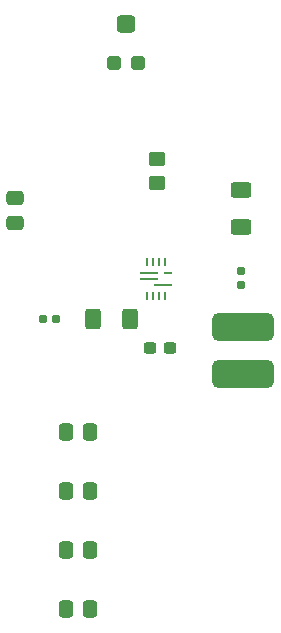
<source format=gbr>
%TF.GenerationSoftware,KiCad,Pcbnew,7.0.8*%
%TF.CreationDate,2023-11-19T04:52:14+05:30*%
%TF.ProjectId,NB679-DKA-BuckConverter,4e423637-392d-4444-9b41-2d4275636b43,rev?*%
%TF.SameCoordinates,Original*%
%TF.FileFunction,Paste,Top*%
%TF.FilePolarity,Positive*%
%FSLAX46Y46*%
G04 Gerber Fmt 4.6, Leading zero omitted, Abs format (unit mm)*
G04 Created by KiCad (PCBNEW 7.0.8) date 2023-11-19 04:52:14*
%MOMM*%
%LPD*%
G01*
G04 APERTURE LIST*
G04 Aperture macros list*
%AMRoundRect*
0 Rectangle with rounded corners*
0 $1 Rounding radius*
0 $2 $3 $4 $5 $6 $7 $8 $9 X,Y pos of 4 corners*
0 Add a 4 corners polygon primitive as box body*
4,1,4,$2,$3,$4,$5,$6,$7,$8,$9,$2,$3,0*
0 Add four circle primitives for the rounded corners*
1,1,$1+$1,$2,$3*
1,1,$1+$1,$4,$5*
1,1,$1+$1,$6,$7*
1,1,$1+$1,$8,$9*
0 Add four rect primitives between the rounded corners*
20,1,$1+$1,$2,$3,$4,$5,0*
20,1,$1+$1,$4,$5,$6,$7,0*
20,1,$1+$1,$6,$7,$8,$9,0*
20,1,$1+$1,$8,$9,$2,$3,0*%
G04 Aperture macros list end*
%ADD10RoundRect,0.300000X-0.300000X-0.300000X0.300000X-0.300000X0.300000X0.300000X-0.300000X0.300000X0*%
%ADD11RoundRect,0.375000X-0.425000X-0.375000X0.425000X-0.375000X0.425000X0.375000X-0.425000X0.375000X0*%
%ADD12RoundRect,0.600000X-2.050000X0.600000X-2.050000X-0.600000X2.050000X-0.600000X2.050000X0.600000X0*%
%ADD13RoundRect,0.237500X0.300000X0.237500X-0.300000X0.237500X-0.300000X-0.237500X0.300000X-0.237500X0*%
%ADD14RoundRect,0.062500X-0.687500X-0.062500X0.687500X-0.062500X0.687500X0.062500X-0.687500X0.062500X0*%
%ADD15RoundRect,0.062500X-0.062500X-0.287500X0.062500X-0.287500X0.062500X0.287500X-0.062500X0.287500X0*%
%ADD16RoundRect,0.062500X-0.287500X-0.062500X0.287500X-0.062500X0.287500X0.062500X-0.287500X0.062500X0*%
%ADD17RoundRect,0.250000X-0.475000X0.337500X-0.475000X-0.337500X0.475000X-0.337500X0.475000X0.337500X0*%
%ADD18RoundRect,0.250000X0.400000X0.625000X-0.400000X0.625000X-0.400000X-0.625000X0.400000X-0.625000X0*%
%ADD19RoundRect,0.250000X-0.625000X0.400000X-0.625000X-0.400000X0.625000X-0.400000X0.625000X0.400000X0*%
%ADD20RoundRect,0.250000X0.337500X0.475000X-0.337500X0.475000X-0.337500X-0.475000X0.337500X-0.475000X0*%
%ADD21RoundRect,0.155000X0.212500X0.155000X-0.212500X0.155000X-0.212500X-0.155000X0.212500X-0.155000X0*%
%ADD22RoundRect,0.250000X0.450000X-0.350000X0.450000X0.350000X-0.450000X0.350000X-0.450000X-0.350000X0*%
%ADD23RoundRect,0.155000X-0.155000X0.212500X-0.155000X-0.212500X0.155000X-0.212500X0.155000X0.212500X0*%
G04 APERTURE END LIST*
D10*
%TO.C,RV1*%
X117100000Y-68700000D03*
D11*
X118100000Y-65450000D03*
D10*
X119100000Y-68700000D03*
%TD*%
D12*
%TO.C,L1*%
X128000000Y-91100000D03*
X128000000Y-95100000D03*
%TD*%
D13*
%TO.C,C2*%
X121800000Y-92900000D03*
X120075000Y-92900000D03*
%TD*%
D14*
%TO.C,U1*%
X120000000Y-86500000D03*
X120000000Y-87000000D03*
D15*
X119850000Y-88450000D03*
X120350000Y-88450000D03*
X120850000Y-88450000D03*
X121350000Y-88450000D03*
D14*
X121200000Y-87500000D03*
D16*
X121600000Y-86500000D03*
D15*
X121360000Y-85550000D03*
X120860000Y-85550000D03*
X120360000Y-85550000D03*
X119860000Y-85550000D03*
%TD*%
D17*
%TO.C,C1*%
X108700000Y-80200000D03*
X108700000Y-82275000D03*
%TD*%
D18*
%TO.C,R2*%
X118400000Y-90400000D03*
X115300000Y-90400000D03*
%TD*%
D19*
%TO.C,R3*%
X127800000Y-79500000D03*
X127800000Y-82600000D03*
%TD*%
D20*
%TO.C,C7*%
X115037500Y-110000000D03*
X112962500Y-110000000D03*
%TD*%
%TO.C,C5*%
X115037500Y-100000000D03*
X112962500Y-100000000D03*
%TD*%
D21*
%TO.C,C3*%
X112167500Y-90400000D03*
X111032500Y-90400000D03*
%TD*%
D20*
%TO.C,C6*%
X115037500Y-105000000D03*
X112962500Y-105000000D03*
%TD*%
D22*
%TO.C,R1*%
X120700000Y-78900000D03*
X120700000Y-76900000D03*
%TD*%
D23*
%TO.C,C4*%
X127800000Y-86365000D03*
X127800000Y-87500000D03*
%TD*%
D20*
%TO.C,C8*%
X115037500Y-115000000D03*
X112962500Y-115000000D03*
%TD*%
M02*

</source>
